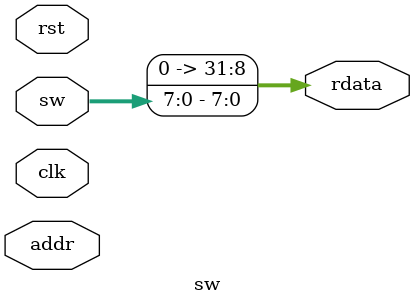
<source format=v>
`timescale 1ns / 1ps


module sw(
    // 输入信号
    input wire clk,              
    input wire rst,              
    input wire[31:0] addr,      
    input wire[7:0] sw,          
    
    // 输出信号
    output wire[31:0] rdata     
    );
    
    // 将8位开关状态零扩展为32位数据
    assign rdata = {24'd0, sw};  // 高24位补0，低8位为开关状态

endmodule

</source>
